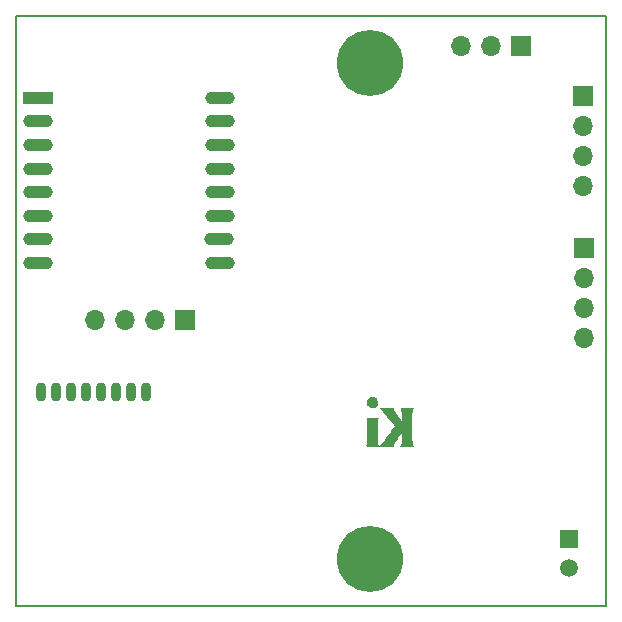
<source format=gbs>
G04 #@! TF.FileFunction,Soldermask,Bot*
%FSLAX46Y46*%
G04 Gerber Fmt 4.6, Leading zero omitted, Abs format (unit mm)*
G04 Created by KiCad (PCBNEW 4.0.2-stable) date 5/30/2017 4:55:57 PM*
%MOMM*%
G01*
G04 APERTURE LIST*
%ADD10C,0.100000*%
%ADD11C,0.150000*%
%ADD12C,0.010000*%
%ADD13O,0.900000X1.600000*%
%ADD14R,1.500000X1.500000*%
%ADD15C,1.500000*%
%ADD16R,2.500000X1.100000*%
%ADD17O,2.500000X1.100000*%
%ADD18R,1.700000X1.700000*%
%ADD19O,1.700000X1.700000*%
%ADD20C,5.600000*%
G04 APERTURE END LIST*
D10*
D11*
X100000000Y-100000000D02*
X100000000Y-150000000D01*
X150000000Y-100000000D02*
X100000000Y-100000000D01*
X150000000Y-150000000D02*
X150000000Y-100000000D01*
X100000000Y-150000000D02*
X150000000Y-150000000D01*
D12*
G36*
X131351453Y-133197600D02*
X130806141Y-133197600D01*
X131004921Y-133398987D01*
X131334629Y-133761891D01*
X131549049Y-134036015D01*
X131627497Y-134139600D01*
X131722056Y-134259729D01*
X131822150Y-134383402D01*
X131917202Y-134497619D01*
X131996634Y-134589381D01*
X132021732Y-134616960D01*
X132103164Y-134704412D01*
X132033206Y-134795556D01*
X131897764Y-134984804D01*
X131810222Y-135124250D01*
X131755352Y-135206486D01*
X131694076Y-135285812D01*
X131688927Y-135291807D01*
X131619978Y-135374781D01*
X131539453Y-135477337D01*
X131456258Y-135587488D01*
X131379298Y-135693247D01*
X131317481Y-135782625D01*
X131281824Y-135839747D01*
X131246743Y-135892796D01*
X131188214Y-135971262D01*
X131116380Y-136062452D01*
X131041385Y-136153672D01*
X130973372Y-136232232D01*
X130937000Y-136271220D01*
X130913111Y-136297281D01*
X130870837Y-136344606D01*
X130862723Y-136353770D01*
X130801145Y-136423400D01*
X131927600Y-136423400D01*
X131927600Y-136345123D01*
X131944363Y-136268595D01*
X131991593Y-136163349D01*
X132064707Y-136037439D01*
X132159119Y-135898916D01*
X132246658Y-135784733D01*
X132317932Y-135692513D01*
X132383253Y-135601469D01*
X132430423Y-135528735D01*
X132436529Y-135518033D01*
X132476571Y-135451634D01*
X132511858Y-135403484D01*
X132520501Y-135394700D01*
X132555062Y-135356016D01*
X132595285Y-135299450D01*
X132632974Y-135251293D01*
X132663485Y-135229687D01*
X132664786Y-135229600D01*
X132673662Y-135254291D01*
X132680782Y-135325581D01*
X132685936Y-135439292D01*
X132688917Y-135591244D01*
X132689600Y-135726161D01*
X132688916Y-135905463D01*
X132686505Y-136041470D01*
X132681825Y-136141675D01*
X132674337Y-136213569D01*
X132663502Y-136264643D01*
X132648779Y-136302388D01*
X132647956Y-136304011D01*
X132612483Y-136363691D01*
X132580977Y-136401818D01*
X132578106Y-136403961D01*
X132593603Y-136409523D01*
X132652953Y-136414462D01*
X132749214Y-136418512D01*
X132875441Y-136421407D01*
X133024689Y-136422882D01*
X133076406Y-136423011D01*
X133602911Y-136423400D01*
X133573232Y-136353550D01*
X133545059Y-136294958D01*
X133522976Y-136259570D01*
X133519143Y-136230342D01*
X133515543Y-136154981D01*
X133512241Y-136038151D01*
X133509304Y-135884517D01*
X133506801Y-135698746D01*
X133504796Y-135485502D01*
X133503358Y-135249451D01*
X133502553Y-134995259D01*
X133502401Y-134823490D01*
X133502459Y-134519511D01*
X133502730Y-134262112D01*
X133503354Y-134047074D01*
X133504474Y-133870178D01*
X133506231Y-133727204D01*
X133508767Y-133613933D01*
X133512224Y-133526145D01*
X133516743Y-133459621D01*
X133522467Y-133410141D01*
X133529538Y-133373486D01*
X133538096Y-133345437D01*
X133548284Y-133321774D01*
X133553201Y-133311899D01*
X133583956Y-133250069D01*
X133602010Y-133210860D01*
X133604001Y-133204929D01*
X133579865Y-133202707D01*
X133512512Y-133200756D01*
X133409528Y-133199184D01*
X133278494Y-133198101D01*
X133126995Y-133197615D01*
X133093283Y-133197600D01*
X132920140Y-133197864D01*
X132791571Y-133199031D01*
X132701354Y-133201664D01*
X132643263Y-133206323D01*
X132611076Y-133213572D01*
X132598568Y-133223972D01*
X132599514Y-133238085D01*
X132601036Y-133242050D01*
X132634395Y-133330873D01*
X132658461Y-133419381D01*
X132674620Y-133518341D01*
X132684258Y-133638521D01*
X132688760Y-133790688D01*
X132689600Y-133930288D01*
X132689601Y-134350104D01*
X132613401Y-134277100D01*
X132565787Y-134226757D01*
X132539206Y-134189478D01*
X132537200Y-134182683D01*
X132522063Y-134156750D01*
X132482572Y-134103328D01*
X132427612Y-134033345D01*
X132366068Y-133957729D01*
X132306823Y-133887409D01*
X132258761Y-133833314D01*
X132231961Y-133807200D01*
X132209639Y-133779934D01*
X132171264Y-133723830D01*
X132143398Y-133680200D01*
X132085195Y-133592498D01*
X132022249Y-133505898D01*
X131999901Y-133477562D01*
X131955187Y-133410936D01*
X131929792Y-133349843D01*
X131927600Y-133333590D01*
X131927078Y-133289877D01*
X131921409Y-133256702D01*
X131904438Y-133232612D01*
X131870011Y-133216155D01*
X131811974Y-133205877D01*
X131724172Y-133200327D01*
X131600450Y-133198051D01*
X131434655Y-133197596D01*
X131351453Y-133197600D01*
X131351453Y-133197600D01*
G37*
X131351453Y-133197600D02*
X130806141Y-133197600D01*
X131004921Y-133398987D01*
X131334629Y-133761891D01*
X131549049Y-134036015D01*
X131627497Y-134139600D01*
X131722056Y-134259729D01*
X131822150Y-134383402D01*
X131917202Y-134497619D01*
X131996634Y-134589381D01*
X132021732Y-134616960D01*
X132103164Y-134704412D01*
X132033206Y-134795556D01*
X131897764Y-134984804D01*
X131810222Y-135124250D01*
X131755352Y-135206486D01*
X131694076Y-135285812D01*
X131688927Y-135291807D01*
X131619978Y-135374781D01*
X131539453Y-135477337D01*
X131456258Y-135587488D01*
X131379298Y-135693247D01*
X131317481Y-135782625D01*
X131281824Y-135839747D01*
X131246743Y-135892796D01*
X131188214Y-135971262D01*
X131116380Y-136062452D01*
X131041385Y-136153672D01*
X130973372Y-136232232D01*
X130937000Y-136271220D01*
X130913111Y-136297281D01*
X130870837Y-136344606D01*
X130862723Y-136353770D01*
X130801145Y-136423400D01*
X131927600Y-136423400D01*
X131927600Y-136345123D01*
X131944363Y-136268595D01*
X131991593Y-136163349D01*
X132064707Y-136037439D01*
X132159119Y-135898916D01*
X132246658Y-135784733D01*
X132317932Y-135692513D01*
X132383253Y-135601469D01*
X132430423Y-135528735D01*
X132436529Y-135518033D01*
X132476571Y-135451634D01*
X132511858Y-135403484D01*
X132520501Y-135394700D01*
X132555062Y-135356016D01*
X132595285Y-135299450D01*
X132632974Y-135251293D01*
X132663485Y-135229687D01*
X132664786Y-135229600D01*
X132673662Y-135254291D01*
X132680782Y-135325581D01*
X132685936Y-135439292D01*
X132688917Y-135591244D01*
X132689600Y-135726161D01*
X132688916Y-135905463D01*
X132686505Y-136041470D01*
X132681825Y-136141675D01*
X132674337Y-136213569D01*
X132663502Y-136264643D01*
X132648779Y-136302388D01*
X132647956Y-136304011D01*
X132612483Y-136363691D01*
X132580977Y-136401818D01*
X132578106Y-136403961D01*
X132593603Y-136409523D01*
X132652953Y-136414462D01*
X132749214Y-136418512D01*
X132875441Y-136421407D01*
X133024689Y-136422882D01*
X133076406Y-136423011D01*
X133602911Y-136423400D01*
X133573232Y-136353550D01*
X133545059Y-136294958D01*
X133522976Y-136259570D01*
X133519143Y-136230342D01*
X133515543Y-136154981D01*
X133512241Y-136038151D01*
X133509304Y-135884517D01*
X133506801Y-135698746D01*
X133504796Y-135485502D01*
X133503358Y-135249451D01*
X133502553Y-134995259D01*
X133502401Y-134823490D01*
X133502459Y-134519511D01*
X133502730Y-134262112D01*
X133503354Y-134047074D01*
X133504474Y-133870178D01*
X133506231Y-133727204D01*
X133508767Y-133613933D01*
X133512224Y-133526145D01*
X133516743Y-133459621D01*
X133522467Y-133410141D01*
X133529538Y-133373486D01*
X133538096Y-133345437D01*
X133548284Y-133321774D01*
X133553201Y-133311899D01*
X133583956Y-133250069D01*
X133602010Y-133210860D01*
X133604001Y-133204929D01*
X133579865Y-133202707D01*
X133512512Y-133200756D01*
X133409528Y-133199184D01*
X133278494Y-133198101D01*
X133126995Y-133197615D01*
X133093283Y-133197600D01*
X132920140Y-133197864D01*
X132791571Y-133199031D01*
X132701354Y-133201664D01*
X132643263Y-133206323D01*
X132611076Y-133213572D01*
X132598568Y-133223972D01*
X132599514Y-133238085D01*
X132601036Y-133242050D01*
X132634395Y-133330873D01*
X132658461Y-133419381D01*
X132674620Y-133518341D01*
X132684258Y-133638521D01*
X132688760Y-133790688D01*
X132689600Y-133930288D01*
X132689601Y-134350104D01*
X132613401Y-134277100D01*
X132565787Y-134226757D01*
X132539206Y-134189478D01*
X132537200Y-134182683D01*
X132522063Y-134156750D01*
X132482572Y-134103328D01*
X132427612Y-134033345D01*
X132366068Y-133957729D01*
X132306823Y-133887409D01*
X132258761Y-133833314D01*
X132231961Y-133807200D01*
X132209639Y-133779934D01*
X132171264Y-133723830D01*
X132143398Y-133680200D01*
X132085195Y-133592498D01*
X132022249Y-133505898D01*
X131999901Y-133477562D01*
X131955187Y-133410936D01*
X131929792Y-133349843D01*
X131927600Y-133333590D01*
X131927078Y-133289877D01*
X131921409Y-133256702D01*
X131904438Y-133232612D01*
X131870011Y-133216155D01*
X131811974Y-133205877D01*
X131724172Y-133200327D01*
X131600450Y-133198051D01*
X131434655Y-133197596D01*
X131351453Y-133197600D01*
G36*
X129768600Y-135161245D02*
X129768379Y-135432728D01*
X129767617Y-135657818D01*
X129766174Y-135840921D01*
X129763906Y-135986440D01*
X129760669Y-136098783D01*
X129756322Y-136182355D01*
X129750720Y-136241559D01*
X129743722Y-136280803D01*
X129735184Y-136304492D01*
X129731308Y-136310595D01*
X129705022Y-136348143D01*
X129694309Y-136376285D01*
X129704490Y-136396374D01*
X129740888Y-136409763D01*
X129808824Y-136417805D01*
X129913622Y-136421853D01*
X130060602Y-136423260D01*
X130175000Y-136423400D01*
X130325282Y-136422715D01*
X130456473Y-136420808D01*
X130560773Y-136417902D01*
X130630381Y-136414217D01*
X130657495Y-136409976D01*
X130657600Y-136409688D01*
X130647045Y-136380654D01*
X130620474Y-136323709D01*
X130606800Y-136296400D01*
X130593934Y-136268960D01*
X130583441Y-136238594D01*
X130575080Y-136200120D01*
X130568609Y-136148355D01*
X130563789Y-136078118D01*
X130560378Y-135984227D01*
X130558135Y-135861501D01*
X130556819Y-135704759D01*
X130556190Y-135508817D01*
X130556005Y-135268496D01*
X130556000Y-135203950D01*
X130556253Y-134946469D01*
X130557129Y-134734949D01*
X130558804Y-134564551D01*
X130561452Y-134430438D01*
X130565250Y-134327771D01*
X130570373Y-134251713D01*
X130576997Y-134197426D01*
X130585297Y-134160072D01*
X130594753Y-134136138D01*
X130633505Y-134061200D01*
X129768600Y-134061200D01*
X129768600Y-135161245D01*
X129768600Y-135161245D01*
G37*
X129768600Y-135161245D02*
X129768379Y-135432728D01*
X129767617Y-135657818D01*
X129766174Y-135840921D01*
X129763906Y-135986440D01*
X129760669Y-136098783D01*
X129756322Y-136182355D01*
X129750720Y-136241559D01*
X129743722Y-136280803D01*
X129735184Y-136304492D01*
X129731308Y-136310595D01*
X129705022Y-136348143D01*
X129694309Y-136376285D01*
X129704490Y-136396374D01*
X129740888Y-136409763D01*
X129808824Y-136417805D01*
X129913622Y-136421853D01*
X130060602Y-136423260D01*
X130175000Y-136423400D01*
X130325282Y-136422715D01*
X130456473Y-136420808D01*
X130560773Y-136417902D01*
X130630381Y-136414217D01*
X130657495Y-136409976D01*
X130657600Y-136409688D01*
X130647045Y-136380654D01*
X130620474Y-136323709D01*
X130606800Y-136296400D01*
X130593934Y-136268960D01*
X130583441Y-136238594D01*
X130575080Y-136200120D01*
X130568609Y-136148355D01*
X130563789Y-136078118D01*
X130560378Y-135984227D01*
X130558135Y-135861501D01*
X130556819Y-135704759D01*
X130556190Y-135508817D01*
X130556005Y-135268496D01*
X130556000Y-135203950D01*
X130556253Y-134946469D01*
X130557129Y-134734949D01*
X130558804Y-134564551D01*
X130561452Y-134430438D01*
X130565250Y-134327771D01*
X130570373Y-134251713D01*
X130576997Y-134197426D01*
X130585297Y-134160072D01*
X130594753Y-134136138D01*
X130633505Y-134061200D01*
X129768600Y-134061200D01*
X129768600Y-135161245D01*
G36*
X130009259Y-132295160D02*
X129891655Y-132361595D01*
X129798177Y-132464245D01*
X129754388Y-132550324D01*
X129723778Y-132688814D01*
X129732879Y-132826791D01*
X129780227Y-132948284D01*
X129792612Y-132967050D01*
X129883051Y-133054608D01*
X130001929Y-133114753D01*
X130134867Y-133144618D01*
X130267487Y-133141334D01*
X130385410Y-133102032D01*
X130406194Y-133089444D01*
X130488463Y-133010594D01*
X130556286Y-132901970D01*
X130598453Y-132784495D01*
X130606800Y-132714999D01*
X130587526Y-132605775D01*
X130537010Y-132491310D01*
X130466218Y-132392358D01*
X130410558Y-132343495D01*
X130278339Y-132283076D01*
X130141363Y-132267976D01*
X130009259Y-132295160D01*
X130009259Y-132295160D01*
G37*
X130009259Y-132295160D02*
X129891655Y-132361595D01*
X129798177Y-132464245D01*
X129754388Y-132550324D01*
X129723778Y-132688814D01*
X129732879Y-132826791D01*
X129780227Y-132948284D01*
X129792612Y-132967050D01*
X129883051Y-133054608D01*
X130001929Y-133114753D01*
X130134867Y-133144618D01*
X130267487Y-133141334D01*
X130385410Y-133102032D01*
X130406194Y-133089444D01*
X130488463Y-133010594D01*
X130556286Y-132901970D01*
X130598453Y-132784495D01*
X130606800Y-132714999D01*
X130587526Y-132605775D01*
X130537010Y-132491310D01*
X130466218Y-132392358D01*
X130410558Y-132343495D01*
X130278339Y-132283076D01*
X130141363Y-132267976D01*
X130009259Y-132295160D01*
D13*
X102108000Y-131826000D03*
X103378000Y-131826000D03*
X104648000Y-131826000D03*
X105918000Y-131826000D03*
X107188000Y-131826000D03*
X108458000Y-131826000D03*
X109728000Y-131826000D03*
X110998000Y-131826000D03*
D14*
X146812000Y-144272000D03*
D15*
X146812000Y-146772000D03*
D16*
X101916000Y-106934000D03*
D17*
X101916000Y-108934000D03*
X101916000Y-110934000D03*
X101916000Y-112934000D03*
X101916000Y-114934000D03*
X101916000Y-116934000D03*
X101916000Y-118934000D03*
X101916000Y-120934000D03*
X117316000Y-120934000D03*
X117216000Y-118934000D03*
X117316000Y-116934000D03*
X117316000Y-114934000D03*
X117316000Y-112934000D03*
X117316000Y-110934000D03*
X117316000Y-108934000D03*
X117316000Y-106934000D03*
D18*
X114300000Y-125730000D03*
D19*
X111760000Y-125730000D03*
X109220000Y-125730000D03*
X106680000Y-125730000D03*
D18*
X148082000Y-119634000D03*
D19*
X148082000Y-122174000D03*
X148082000Y-124714000D03*
X148082000Y-127254000D03*
D18*
X142798800Y-102565200D03*
D19*
X140258800Y-102565200D03*
X137718800Y-102565200D03*
D18*
X148031200Y-106832400D03*
D19*
X148031200Y-109372400D03*
X148031200Y-111912400D03*
X148031200Y-114452400D03*
D20*
X130000000Y-146000000D03*
X130000000Y-104000000D03*
M02*

</source>
